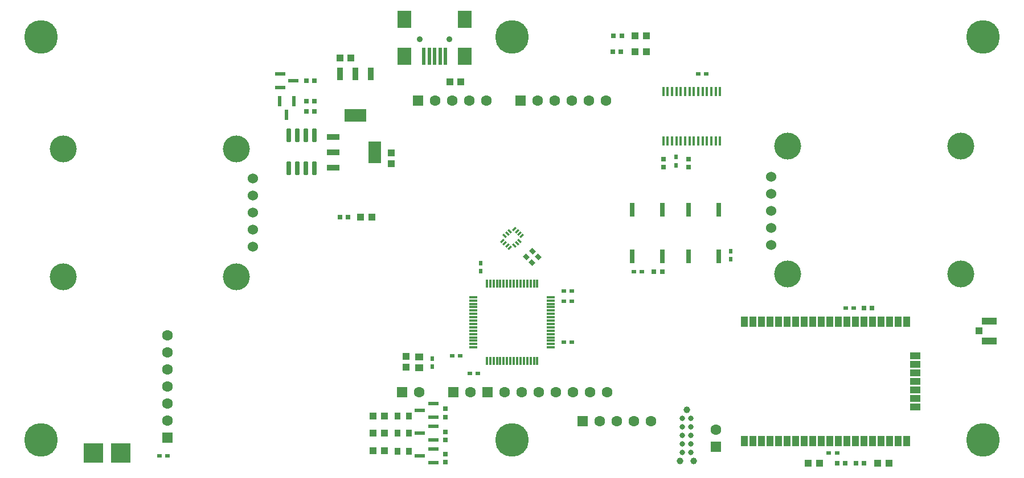
<source format=gbr>
%TF.GenerationSoftware,Altium Limited,Altium NEXUS,2.1.9 (83)*%
G04 Layer_Color=255*
%FSLAX44Y44*%
%MOMM*%
%TF.FileFunction,Pads,Top*%
%TF.Part,Single*%
G01*
G75*
%TA.AperFunction,SMDPad,CuDef*%
%ADD11R,1.2000X0.3000*%
%ADD12R,0.3000X1.2000*%
%ADD13R,0.9000X1.0000*%
%ADD14R,0.8000X0.7000*%
%ADD15R,0.7000X0.8000*%
%ADD16R,1.3000X1.0000*%
%ADD17R,1.0000X1.0000*%
%ADD18R,0.8000X0.6000*%
%ADD19R,0.6000X0.8000*%
G04:AMPARAMS|DCode=20|XSize=1.97mm|YSize=0.6mm|CornerRadius=0.075mm|HoleSize=0mm|Usage=FLASHONLY|Rotation=270.000|XOffset=0mm|YOffset=0mm|HoleType=Round|Shape=RoundedRectangle|*
%AMROUNDEDRECTD20*
21,1,1.9700,0.4500,0,0,270.0*
21,1,1.8200,0.6000,0,0,270.0*
1,1,0.1500,-0.2250,-0.9100*
1,1,0.1500,-0.2250,0.9100*
1,1,0.1500,0.2250,0.9100*
1,1,0.1500,0.2250,-0.9100*
%
%ADD20ROUNDEDRECTD20*%
%ADD21R,0.6100X1.6100*%
%ADD22R,1.6100X0.6100*%
%ADD23R,1.5240X1.0160*%
%ADD24R,1.0160X1.5240*%
%ADD25R,1.0500X1.0000*%
%ADD26R,2.2000X1.0500*%
%ADD27R,1.1000X1.0000*%
%ADD28R,0.8000X2.0000*%
%ADD29R,0.3480X1.3970*%
G04:AMPARAMS|DCode=30|XSize=0.675mm|YSize=0.25mm|CornerRadius=0mm|HoleSize=0mm|Usage=FLASHONLY|Rotation=45.000|XOffset=0mm|YOffset=0mm|HoleType=Round|Shape=Rectangle|*
%AMROTATEDRECTD30*
4,1,4,-0.1503,-0.3270,-0.3270,-0.1503,0.1503,0.3270,0.3270,0.1503,-0.1503,-0.3270,0.0*
%
%ADD30ROTATEDRECTD30*%

G04:AMPARAMS|DCode=31|XSize=0.675mm|YSize=0.25mm|CornerRadius=0mm|HoleSize=0mm|Usage=FLASHONLY|Rotation=135.000|XOffset=0mm|YOffset=0mm|HoleType=Round|Shape=Rectangle|*
%AMROTATEDRECTD31*
4,1,4,0.3270,-0.1503,0.1503,-0.3270,-0.3270,0.1503,-0.1503,0.3270,0.3270,-0.1503,0.0*
%
%ADD31ROTATEDRECTD31*%

%TA.AperFunction,BGAPad,CuDef*%
%ADD32C,0.8000*%
%TA.AperFunction,SMDPad,CuDef*%
G04:AMPARAMS|DCode=33|XSize=0.6mm|YSize=0.8mm|CornerRadius=0mm|HoleSize=0mm|Usage=FLASHONLY|Rotation=225.000|XOffset=0mm|YOffset=0mm|HoleType=Round|Shape=Rectangle|*
%AMROTATEDRECTD33*
4,1,4,-0.0707,0.4950,0.4950,-0.0707,0.0707,-0.4950,-0.4950,0.0707,-0.0707,0.4950,0.0*
%
%ADD33ROTATEDRECTD33*%

%ADD34R,1.0000X1.0000*%
%ADD35R,3.0000X3.0000*%
%ADD36R,1.8600X0.9000*%
%ADD37R,1.8600X3.1900*%
%ADD38R,0.9000X1.8600*%
%ADD39R,3.1900X1.8600*%
%ADD40R,0.5000X2.5000*%
%ADD41R,2.0000X2.5000*%
%TA.AperFunction,ComponentPad*%
%ADD44C,1.6000*%
%ADD45R,1.6000X1.6000*%
%ADD46C,4.0000*%
%ADD47C,1.5240*%
%ADD48R,1.6000X1.6000*%
%ADD49C,1.0000*%
%TA.AperFunction,WasherPad*%
%ADD50C,5.0000*%
%TA.AperFunction,ComponentPad*%
%ADD51C,0.9000*%
D11*
X692500Y187500D02*
D03*
Y192500D02*
D03*
Y197500D02*
D03*
Y202500D02*
D03*
Y207500D02*
D03*
Y212500D02*
D03*
Y217500D02*
D03*
Y222500D02*
D03*
Y227500D02*
D03*
Y232500D02*
D03*
Y237500D02*
D03*
Y242500D02*
D03*
Y247500D02*
D03*
Y252500D02*
D03*
Y257500D02*
D03*
Y262500D02*
D03*
X807500D02*
D03*
Y257500D02*
D03*
Y252500D02*
D03*
Y247500D02*
D03*
Y242500D02*
D03*
Y237500D02*
D03*
Y232500D02*
D03*
Y227500D02*
D03*
Y222500D02*
D03*
Y217500D02*
D03*
Y212500D02*
D03*
Y207500D02*
D03*
Y202500D02*
D03*
Y197500D02*
D03*
Y192500D02*
D03*
Y187500D02*
D03*
D12*
X712500Y282500D02*
D03*
X717500D02*
D03*
X722500D02*
D03*
X727500D02*
D03*
X732500D02*
D03*
X737500D02*
D03*
X742500D02*
D03*
X747500D02*
D03*
X752500D02*
D03*
X757500D02*
D03*
X762500D02*
D03*
X767500D02*
D03*
X772500D02*
D03*
X777500D02*
D03*
X782500D02*
D03*
X787500D02*
D03*
Y167500D02*
D03*
X782500D02*
D03*
X777500D02*
D03*
X772500D02*
D03*
X767500D02*
D03*
X762500D02*
D03*
X757500D02*
D03*
X752500D02*
D03*
X747500D02*
D03*
X742500D02*
D03*
X737500D02*
D03*
X732500D02*
D03*
X727500D02*
D03*
X722500D02*
D03*
X717500D02*
D03*
X712500D02*
D03*
D13*
X596500Y85000D02*
D03*
X579500D02*
D03*
Y60000D02*
D03*
X596500D02*
D03*
Y33000D02*
D03*
X579500D02*
D03*
D14*
X1233000Y15000D02*
D03*
X1245000D02*
D03*
X1273000Y15000D02*
D03*
X1261000D02*
D03*
X901000Y652000D02*
D03*
X913000D02*
D03*
X900000Y628000D02*
D03*
X912000D02*
D03*
X444000Y539000D02*
D03*
X456000D02*
D03*
X444000Y554000D02*
D03*
X456000D02*
D03*
X444000Y585000D02*
D03*
X456000D02*
D03*
X1273000Y246000D02*
D03*
X1285000D02*
D03*
X973000Y300000D02*
D03*
X961000D02*
D03*
X506000Y382000D02*
D03*
X494000D02*
D03*
D15*
X975000Y468000D02*
D03*
Y456000D02*
D03*
X1012000Y468000D02*
D03*
Y456000D02*
D03*
X651000Y96000D02*
D03*
Y84000D02*
D03*
Y62000D02*
D03*
Y50000D02*
D03*
Y29000D02*
D03*
Y17000D02*
D03*
D16*
X612000Y157000D02*
D03*
Y173000D02*
D03*
D17*
X658000Y583000D02*
D03*
X674000D02*
D03*
X494000Y619000D02*
D03*
X510000D02*
D03*
D18*
X1246000Y246000D02*
D03*
X1258000D02*
D03*
X1221000Y30000D02*
D03*
X1233000D02*
D03*
X1039000Y595000D02*
D03*
X1027000D02*
D03*
X238000Y26000D02*
D03*
X226000D02*
D03*
X827000Y256000D02*
D03*
X839000D02*
D03*
X931000Y300000D02*
D03*
X943000D02*
D03*
X661000Y175000D02*
D03*
X673000D02*
D03*
X839000Y272000D02*
D03*
X827000D02*
D03*
X839000Y195000D02*
D03*
X827000D02*
D03*
X687000Y149000D02*
D03*
X699000D02*
D03*
D19*
X994000Y459000D02*
D03*
Y471000D02*
D03*
X1075000Y331000D02*
D03*
Y319000D02*
D03*
X631000Y159000D02*
D03*
Y171000D02*
D03*
X703000Y313000D02*
D03*
Y301000D02*
D03*
D20*
X456050Y503750D02*
D03*
X443350D02*
D03*
X430650D02*
D03*
X417950D02*
D03*
Y454250D02*
D03*
X430650D02*
D03*
X443350D02*
D03*
X456050D02*
D03*
D21*
X425250Y553950D02*
D03*
X404750D02*
D03*
X415000Y534050D02*
D03*
D22*
X405050Y595250D02*
D03*
Y574750D02*
D03*
X424950Y585000D02*
D03*
X632950Y83750D02*
D03*
Y104250D02*
D03*
X613050Y94000D02*
D03*
X632950Y49750D02*
D03*
Y70250D02*
D03*
X613050Y60000D02*
D03*
X632950Y15750D02*
D03*
Y36250D02*
D03*
X613050Y26000D02*
D03*
D23*
X1349350Y98900D02*
D03*
Y111600D02*
D03*
Y124300D02*
D03*
Y137000D02*
D03*
Y149700D02*
D03*
Y162400D02*
D03*
Y175100D02*
D03*
D24*
X1336650Y225900D02*
D03*
X1323950D02*
D03*
X1311250D02*
D03*
X1298550D02*
D03*
X1285850D02*
D03*
X1273150D02*
D03*
X1260450D02*
D03*
X1247750D02*
D03*
X1235050D02*
D03*
X1222350D02*
D03*
X1209650D02*
D03*
X1196950D02*
D03*
X1184250D02*
D03*
X1171550D02*
D03*
X1158850D02*
D03*
X1146150D02*
D03*
X1133450D02*
D03*
X1120750D02*
D03*
X1108050D02*
D03*
X1095350D02*
D03*
Y48100D02*
D03*
X1108050D02*
D03*
X1120750D02*
D03*
X1133450D02*
D03*
X1146150D02*
D03*
X1158850D02*
D03*
X1171550D02*
D03*
X1184250D02*
D03*
X1196950D02*
D03*
X1209650D02*
D03*
X1222350D02*
D03*
X1235050D02*
D03*
X1247750D02*
D03*
X1260450D02*
D03*
X1273150D02*
D03*
X1285850D02*
D03*
X1298550D02*
D03*
X1311250D02*
D03*
X1323950D02*
D03*
X1336650D02*
D03*
D25*
X1444000Y212000D02*
D03*
D26*
X1459000Y197250D02*
D03*
Y226750D02*
D03*
D27*
X543500Y85000D02*
D03*
X560500D02*
D03*
X543500Y60000D02*
D03*
X560500D02*
D03*
X543500Y34000D02*
D03*
X560500D02*
D03*
X932500Y652000D02*
D03*
X949500D02*
D03*
X932500Y628000D02*
D03*
X949500D02*
D03*
X1207500Y15000D02*
D03*
X1190500D02*
D03*
X1293500D02*
D03*
X1310500D02*
D03*
X525000Y382000D02*
D03*
X542000D02*
D03*
D28*
X1057347Y392946D02*
D03*
X1012347D02*
D03*
Y322946D02*
D03*
X1057347D02*
D03*
X928648Y323052D02*
D03*
X973648D02*
D03*
Y393052D02*
D03*
X928648D02*
D03*
D29*
X974750Y568560D02*
D03*
X981250D02*
D03*
X987750D02*
D03*
X994250D02*
D03*
X1000750D02*
D03*
X1007250D02*
D03*
X1013750D02*
D03*
X1026750D02*
D03*
X1020250D02*
D03*
X1033250D02*
D03*
X1039750D02*
D03*
X1046250D02*
D03*
X1052750D02*
D03*
X1059250D02*
D03*
X974750Y495440D02*
D03*
X981250D02*
D03*
X987750D02*
D03*
X994250D02*
D03*
X1000750D02*
D03*
X1007250D02*
D03*
X1013750D02*
D03*
X1020250D02*
D03*
X1026750D02*
D03*
X1033250D02*
D03*
X1039750D02*
D03*
X1046250D02*
D03*
X1052750D02*
D03*
X1059250D02*
D03*
D30*
X739305Y342841D02*
D03*
X735770Y346376D02*
D03*
X742841Y339305D02*
D03*
X746376Y335770D02*
D03*
X753624Y364230D02*
D03*
X757159Y360695D02*
D03*
X760695Y357160D02*
D03*
X764230Y353624D02*
D03*
D31*
X739305D02*
D03*
X742841Y357160D02*
D03*
X746376Y360695D02*
D03*
X753624Y339305D02*
D03*
X757159Y342841D02*
D03*
X760695Y346376D02*
D03*
D32*
X1003300Y82100D02*
D03*
Y69400D02*
D03*
Y56700D02*
D03*
Y44000D02*
D03*
Y31300D02*
D03*
X1016000D02*
D03*
Y44000D02*
D03*
Y56700D02*
D03*
Y69400D02*
D03*
Y82100D02*
D03*
D33*
X788485Y322515D02*
D03*
X780000Y331000D02*
D03*
X779243Y313757D02*
D03*
X770757Y322243D02*
D03*
D34*
X592000Y158000D02*
D03*
Y174000D02*
D03*
X570000Y477000D02*
D03*
Y461000D02*
D03*
D35*
X168000Y30000D02*
D03*
X128000D02*
D03*
D36*
X484250Y501000D02*
D03*
Y478000D02*
D03*
Y455000D02*
D03*
D37*
X545750Y478000D02*
D03*
D38*
X540000Y594750D02*
D03*
X517000D02*
D03*
X494000D02*
D03*
D39*
X517000Y533250D02*
D03*
D40*
X650798Y621300D02*
D03*
X642797D02*
D03*
X634798D02*
D03*
X626797D02*
D03*
X618797D02*
D03*
D41*
X679398D02*
D03*
X590197D02*
D03*
X679398Y676100D02*
D03*
X590197D02*
D03*
D44*
X956800Y78000D02*
D03*
X931400D02*
D03*
X906000D02*
D03*
X880600D02*
D03*
X889730Y555340D02*
D03*
X864330D02*
D03*
X838930D02*
D03*
X813530D02*
D03*
X788130D02*
D03*
X711930Y555000D02*
D03*
X686530D02*
D03*
X661130D02*
D03*
X635730D02*
D03*
X611600Y121000D02*
D03*
X738600D02*
D03*
X764000D02*
D03*
X789400D02*
D03*
X814800D02*
D03*
X840200D02*
D03*
X865600D02*
D03*
X891000D02*
D03*
X687802Y120998D02*
D03*
X238000Y78200D02*
D03*
Y103600D02*
D03*
Y129000D02*
D03*
Y154400D02*
D03*
Y179800D02*
D03*
Y205200D02*
D03*
X1053000Y65400D02*
D03*
D45*
X855200Y78000D02*
D03*
X762730Y555340D02*
D03*
X610330Y555000D02*
D03*
X586200Y121000D02*
D03*
X713200D02*
D03*
X662400D02*
D03*
D46*
X1416926Y297080D02*
D03*
Y487080D02*
D03*
X1159926D02*
D03*
Y297080D02*
D03*
X83074Y482920D02*
D03*
Y292920D02*
D03*
X340074D02*
D03*
Y482920D02*
D03*
D47*
X1134926Y340480D02*
D03*
Y365880D02*
D03*
Y391280D02*
D03*
Y416680D02*
D03*
Y442080D02*
D03*
X365074Y439520D02*
D03*
Y414120D02*
D03*
Y388720D02*
D03*
Y363320D02*
D03*
Y337920D02*
D03*
D48*
X238000Y52800D02*
D03*
X1053000Y40000D02*
D03*
D49*
X1019800Y18600D02*
D03*
X1009650Y94800D02*
D03*
X999500Y18600D02*
D03*
D50*
X750000Y650000D02*
D03*
Y50000D02*
D03*
X1450000Y650000D02*
D03*
Y50000D02*
D03*
X50000D02*
D03*
Y650000D02*
D03*
D51*
X656797Y646400D02*
D03*
X612798D02*
D03*
%TF.MD5,93fcfe5f0caaef081db3082c7d9e52f4*%
M02*

</source>
